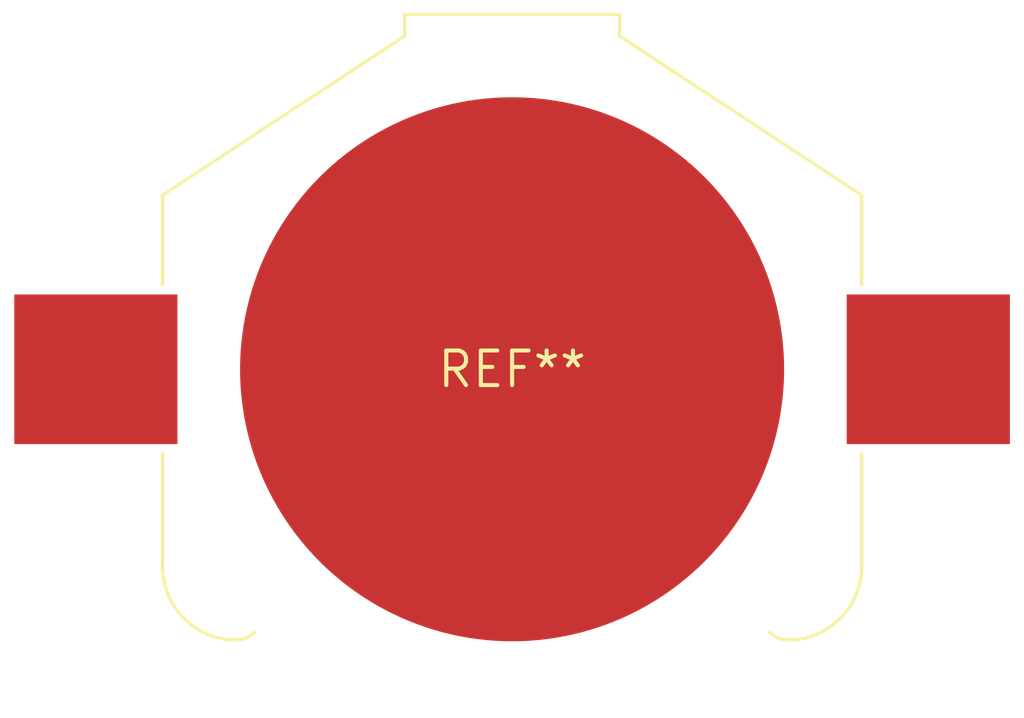
<source format=kicad_pcb>
(kicad_pcb (version 20240108) (generator pcbnew)
  (layers (0 "F.Cu" signal) (31 "B.Cu" signal) (34 "B.Paste" user) (35 "F.Paste" user) (36 "B.SilkS" user "B.Silkscreen") (37 "F.SilkS" user "F.Silkscreen") (38 "B.Mask" user) (39 "F.Mask" user) (44 "Edge.Cuts" user))
  (net 0 "")
  (footprint "BatteryHolder_Keystone_3008_1x2450" (layer "F.Cu") (at 0 0)
    (property "Reference" "REF**")
    (property "Value" "BatteryHolder_Keystone_3008_1x2450")
    (fp_line (start -12.85 -6.4) (end -12.85 -3.1) (layer "F.SilkS") (stroke (width 0.12)))
    (fp_line (start -12.85 3.1) (end -12.85 7.3) (layer "F.SilkS") (stroke (width 0.12)))
    (fp_line (start -3.95 -13.05) (end -3.95 -12.25) (layer "F.SilkS") (stroke (width 0.12)))
    (fp_line (start -3.95 -13.05) (end 3.95 -13.05) (layer "F.SilkS") (stroke (width 0.12)))
    (fp_line (start -3.95 -12.25) (end -12.85 -6.4) (layer "F.SilkS") (stroke (width 0.12)))
    (fp_line (start 3.95 -13.05) (end 3.95 -12.25) (layer "F.SilkS") (stroke (width 0.12)))
    (fp_line (start 3.95 -12.25) (end 12.85 -6.4) (layer "F.SilkS") (stroke (width 0.12)))
    (fp_line (start 12.85 -6.4) (end 12.85 -3.1) (layer "F.SilkS") (stroke (width 0.12)))
    (fp_line (start 12.85 3.1) (end 12.85 7.3) (layer "F.SilkS") (stroke (width 0.12)))
    (fp_arc (start -10.15 9.95) (mid -12.059188 9.159188) (end -12.85 7.25) (layer "F.SilkS") (stroke (width 0.12)))
    (fp_arc (start -9.478249 9.671751) (mid -9.786451 9.877685) (end -10.15 9.95) (layer "F.SilkS") (stroke (width 0.12)))
    (fp_arc (start 10.15 9.95) (mid 9.786451 9.877686) (end 9.478249 9.671751) (layer "F.SilkS") (stroke (width 0.12)))
    (fp_arc (start 12.85 7.25) (mid 12.059188 9.159188) (end 10.15 9.95) (layer "F.SilkS") (stroke (width 0.12)))
    (pad "1" smd rect (at -15.3 0) (size 6 5.5) (layers "F.Cu" "F.Paste" "F.Mask"))
    (pad "1" smd rect (at 15.3 0) (size 6 5.5) (layers "F.Cu" "F.Paste" "F.Mask"))
    (pad "2" smd circle (at 0 0) (size 20 20) (layers "F.Cu" "F.Mask"))
  )
)
</source>
